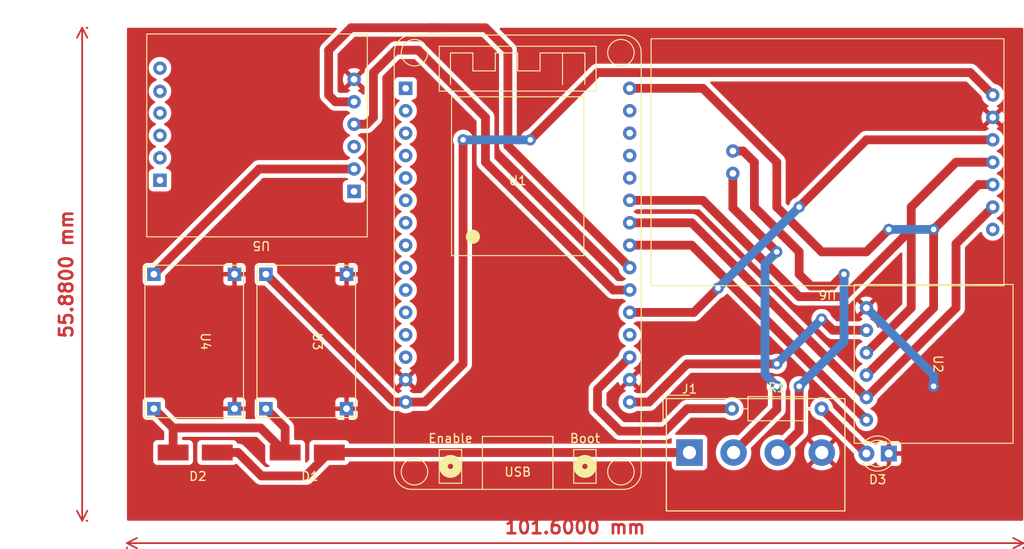
<source format=kicad_pcb>
(kicad_pcb (version 20211014) (generator pcbnew)
  (layers (0 "F.Cu" signal) (31 "B.Cu" signal) (34 "B.Paste" user) (35 "F.Paste" user) (36 "B.SilkS" user "B.Silkscreen") (37 "F.SilkS" user "F.Silkscreen") (38 "B.Mask" user) (39 "F.Mask" user) (44 "Edge.Cuts" user))
  (net 0 "")
  (net 1 "/VBAT+")
  (net 2 "/12V")
  (net 3 "Earth")
  (net 4 "Net-(D3-Pad2)")
  (net 5 "/DEBUG LED 2")
  (net 17 "/5V")
  (net 18 "/3V3")
  (net 20 "/CAN_CS")
  (net 21 "/GPRS RX")
  (net 22 "/GPRS TX")
  (net 23 "/CS")
  (net 24 "/SCK")
  (net 25 "/MISO")
  (net 30 "/MOSI")
  (net 31 "/4V")
  (net 40 "/CAN_INT")
  (net 41 "/CAN_HIGH")
  (net 42 "/CAN_LOW")
  (footprint "scu-Library:GPRS - SIM800L" (layer "F.Cu") (at 50.8 35.56 180)
    (fp_text reference "U5" (at 0 -12 180 unlocked) (layer "F.SilkS"))
    (fp_text value "GPRS_-_SIM800L")
    (fp_rect (start -12 -11) (end 13 12) (layer "F.SilkS") (width 0.12) (fill none))
    (pad "1" thru_hole rect (at -10.5 -5.85 180) (size 1.524 1.524) (drill 0.762) (layers *.Cu *.Mask))
    (pad "2" thru_hole circle (at -10.5 -3.31 180) (size 1.524 1.524) (drill 0.762) (layers *.Cu *.Mask) (net 31 "/4V"))
    (pad "3" thru_hole circle (at -10.5 -0.77 180) (size 1.524 1.524) (drill 0.762) (layers *.Cu *.Mask))
    (pad "4" thru_hole circle (at -10.5 1.77 180) (size 1.524 1.524) (drill 0.762) (layers *.Cu *.Mask) (net 21 "/GPRS RX"))
    (pad "5" thru_hole circle (at -10.5 4.31 180) (size 1.524 1.524) (drill 0.762) (layers *.Cu *.Mask) (net 22 "/GPRS TX"))
    (pad "6" thru_hole circle (at -10.5 6.85 180) (size 1.524 1.524) (drill 0.762) (layers *.Cu *.Mask) (net 3 "Earth"))
    (pad "7" thru_hole circle (at 11.5 8.12 180) (size 1.524 1.524) (drill 0.762) (layers *.Cu *.Mask))
    (pad "8" thru_hole circle (at 11.5 5.5 180) (size 1.524 1.524) (drill 0.762) (layers *.Cu *.Mask))
    (pad "9" thru_hole circle (at 11.5 3.04 180) (size 1.524 1.524) (drill 0.762) (layers *.Cu *.Mask))
    (pad "10" thru_hole circle (at 11.5 0.5 180) (size 1.524 1.524) (drill 0.762) (layers *.Cu *.Mask))
    (pad "11" thru_hole circle (at 11.5 -2.04 180) (size 1.524 1.524) (drill 0.762) (layers *.Cu *.Mask))
    (pad "12" thru_hole rect (at 11.5 -4.58 180) (size 1.524 1.524) (drill 0.762) (layers *.Cu *.Mask))
  )
  (footprint "scu-Library:esp32_devkit_v1_doit" (layer "F.Cu") (at 79.85 29.725)
    (fp_text reference "U1" (at 0 10.47) (layer "F.SilkS"))
    (fp_text value "ESP32_DevKit_V1_DOIT")
    (fp_text user "Enable" (at -7.62 39.68) (layer "F.SilkS"))
    (fp_text user "Boot" (at 7.62 39.68) (layer "F.SilkS"))
    (fp_text user "USB" (at 0 43.49) (layer "F.SilkS"))
    (fp_line (start 6.35 44.76) (end 6.35 40.95) (layer "F.SilkS") (width 0.12))
    (fp_line (start -5.08 -1.976) (end -2.54 -1.976) (layer "F.SilkS") (width 0.12))
    (fp_line (start -7.62 -4.008) (end -5.08 -4.008) (layer "F.SilkS") (width 0.12))
    (fp_line (start -6.35 40.95) (end -6.35 44.76) (layer "F.SilkS") (width 0.12))
    (fp_line (start 4 39.46) (end 4 45.46) (layer "F.SilkS") (width 0.12))
    (fp_line (start 8.89 0.31) (end -8.89 0.31) (layer "F.SilkS") (width 0.12))
    (fp_line (start 2.54 -1.976) (end 2.54 -4.008) (layer "F.SilkS") (width 0.12))
    (fp_line (start -2.54 -4.008) (end 0 -4.008) (layer "F.SilkS") (width 0.12))
    (fp_line (start 14 43.46) (end 14 -4.04) (layer "F.SilkS") (width 0.12))
    (fp_line (start -5.08 -4.008) (end -5.08 -1.976) (layer "F.SilkS") (width 0.12))
    (fp_line (start -8.89 -4.77) (end 8.89 -4.77) (layer "F.SilkS") (width 0.12))
    (fp_line (start -2.54 -1.976) (end -2.54 -4.008) (layer "F.SilkS") (width 0.12))
    (fp_line (start -7.62 -0.452) (end -7.62 -4.008) (layer "F.SilkS") (width 0.12))
    (fp_line (start 8.89 40.95) (end 8.89 44.76) (layer "F.SilkS") (width 0.12))
    (fp_line (start -12 -6.04) (end 12 -6.04) (layer "F.SilkS") (width 0.12))
    (fp_line (start 7.62 -4.008) (end 7.62 -0.452) (layer "F.SilkS") (width 0.12))
    (fp_line (start 0 -4.008) (end 0 -1.976) (layer "F.SilkS") (width 0.12))
    (fp_line (start 0 -1.976) (end 2.54 -1.976) (layer "F.SilkS") (width 0.12))
    (fp_line (start 5.08 -4.008) (end 5.08 -0.452) (layer "F.SilkS") (width 0.12))
    (fp_line (start 6.35 40.95) (end 8.89 40.95) (layer "F.SilkS") (width 0.12))
    (fp_line (start -8.89 40.95) (end -6.35 40.95) (layer "F.SilkS") (width 0.12))
    (fp_line (start -8.89 44.76) (end -8.89 40.95) (layer "F.SilkS") (width 0.12))
    (fp_line (start 7.5 18.96) (end -7.5 18.96) (layer "F.SilkS") (width 0.12))
    (fp_line (start 7.5 0.96) (end 7.5 18.96) (layer "F.SilkS") (width 0.12))
    (fp_line (start -7.5 18.96) (end -7.5 0.96) (layer "F.SilkS") (width 0.12))
    (fp_line (start 2.54 -4.008) (end 7.62 -4.008) (layer "F.SilkS") (width 0.12))
    (fp_line (start -6.35 44.76) (end -8.89 44.76) (layer "F.SilkS") (width 0.12))
    (fp_line (start -4 39.46) (end -4 45.46) (layer "F.SilkS") (width 0.12))
    (fp_line (start -12 45.46) (end 12 45.46) (layer "F.SilkS") (width 0.12))
    (fp_line (start -7.5 0.96) (end 7.5 0.96) (layer "F.SilkS") (width 0.12))
    (fp_line (start -8.89 0.31) (end -8.89 -4.77) (layer "F.SilkS") (width 0.12))
    (fp_line (start 8.89 44.76) (end 6.35 44.76) (layer "F.SilkS") (width 0.12))
    (fp_line (start -4 39.46) (end 4 39.46) (layer "F.SilkS") (width 0.12))
    (fp_line (start 8.89 -4.77) (end 8.89 0.31) (layer "F.SilkS") (width 0.12))
    (fp_line (start -14 -4.04) (end -14 43.46) (layer "F.SilkS") (width 0.12))
    (fp_arc (start 14 43.46) (mid 13.414214 44.874214) (end 12 45.46) (layer "F.SilkS") (width 0.12))
    (fp_arc (start -14 -4.04) (mid -13.414214 -5.454214) (end -12 -6.04) (layer "F.SilkS") (width 0.12))
    (fp_arc (start 12 -6.04) (mid 13.414214 -5.454214) (end 14 -4.04) (layer "F.SilkS") (width 0.12))
    (fp_arc (start -12 45.46) (mid -13.414214 44.874214) (end -14 43.46) (layer "F.SilkS") (width 0.12))
    (fp_circle (center 11.7 -4.04) (end 13.2 -4.04) (layer "F.SilkS") (width 0.12) (fill none))
    (fp_circle (center 11.7 43.46) (end 13.2 43.46) (layer "F.SilkS") (width 0.12) (fill none))
    (fp_circle (center -7.62 42.855) (end -7.32 42.855) (layer "F.SilkS") (width 1) (fill none))
    (fp_circle (center -5.08 16.82) (end -4.68 16.82) (layer "F.SilkS") (width 0.8) (fill none))
    (fp_circle (center 7.62 42.855) (end 7.92 42.855) (layer "F.SilkS") (width 1) (fill none))
    (fp_circle (center -11.7 -4.04) (end -10.2 -4.04) (layer "F.SilkS") (width 0.12) (fill none))
    (fp_circle (center -11.7 43.46) (end -10.2 43.46) (layer "F.SilkS") (width 0.12) (fill none))
    (pad "1" thru_hole rect (at -12.7 0) (size 1.524 1.524) (drill 0.762) (layers *.Cu *.Mask))
    (pad "2" thru_hole circle (at -12.7 2.54) (size 1.524 1.524) (drill 0.762) (layers *.Cu *.Mask))
    (pad "3" thru_hole circle (at -12.7 5.08) (size 1.524 1.524) (drill 0.762) (layers *.Cu *.Mask))
    (pad "4" thru_hole circle (at -12.7 7.62) (size 1.524 1.524) (drill 0.762) (layers *.Cu *.Mask))
    (pad "5" thru_hole circle (at -12.7 10.16) (size 1.524 1.524) (drill 0.762) (layers *.Cu *.Mask))
    (pad "6" thru_hole circle (at -12.7 12.7) (size 1.524 1.524) (drill 0.762) (layers *.Cu *.Mask))
    (pad "7" thru_hole circle (at -12.7 15.24) (size 1.524 1.524) (drill 0.762) (layers *.Cu *.Mask))
    (pad "8" thru_hole circle (at -12.7 17.78) (size 1.524 1.524) (drill 0.762) (layers *.Cu *.Mask))
    (pad "9" thru_hole circle (at -12.7 20.32) (size 1.524 1.524) (drill 0.762) (layers *.Cu *.Mask))
    (pad "10" thru_hole circle (at -12.7 22.86) (size 1.524 1.524) (drill 0.762) (layers *.Cu *.Mask))
    (pad "11" thru_hole circle (at -12.7 25.4) (size 1.524 1.524) (drill 0.762) (layers *.Cu *.Mask))
    (pad "12" thru_hole circle (at -12.7 27.94) (size 1.524 1.524) (drill 0.762) (layers *.Cu *.Mask))
    (pad "13" thru_hole circle (at -12.7 30.48) (size 1.524 1.524) (drill 0.762) (layers *.Cu *.Mask))
    (pad "14" thru_hole circle (at -12.7 33.02) (size 1.524 1.524) (drill 0.762) (layers *.Cu *.Mask) (net 3 "Earth"))
    (pad "15" thru_hole circle (at -12.7 35.56) (size 1.524 1.524) (drill 0.762) (layers *.Cu *.Mask) (net 17 "/5V"))
    (pad "16" thru_hole circle (at 12.7 35.56) (size 1.524 1.524) (drill 0.762) (layers *.Cu *.Mask) (net 18 "/3V3"))
    (pad "17" thru_hole circle (at 12.7 33.02) (size 1.524 1.524) (drill 0.762) (layers *.Cu *.Mask) (net 3 "Earth"))
    (pad "18" thru_hole circle (at 12.7 30.48) (size 1.524 1.524) (drill 0.762) (layers *.Cu *.Mask) (net 5 "/DEBUG LED 2"))
    (pad "19" thru_hole circle (at 12.7 27.94) (size 1.524 1.524) (drill 0.762) (layers *.Cu *.Mask))
    (pad "20" thru_hole circle (at 12.7 25.4) (size 1.524 1.524) (drill 0.762) (layers *.Cu *.Mask) (net 20 "/CAN_CS"))
    (pad "21" thru_hole circle (at 12.7 22.86) (size 1.524 1.524) (drill 0.762) (layers *.Cu *.Mask) (net 21 "/GPRS RX"))
    (pad "22" thru_hole circle (at 12.7 20.32) (size 1.524 1.524) (drill 0.762) (layers *.Cu *.Mask) (net 22 "/GPRS TX"))
    (pad "23" thru_hole circle (at 12.7 17.78) (size 1.524 1.524) (drill 0.762) (layers *.Cu *.Mask) (net 23 "/CS"))
    (pad "24" thru_hole circle (at 12.7 15.24) (size 1.524 1.524) (drill 0.762) (layers *.Cu *.Mask) (net 24 "/SCK"))
    (pad "25" thru_hole circle (at 12.7 12.7) (size 1.524 1.524) (drill 0.762) (layers *.Cu *.Mask) (net 25 "/MISO"))
    (pad "26" thru_hole circle (at 12.7 10.16) (size 1.524 1.524) (drill 0.762) (layers *.Cu *.Mask))
    (pad "27" thru_hole circle (at 12.7 7.62) (size 1.524 1.524) (drill 0.762) (layers *.Cu *.Mask))
    (pad "28" thru_hole circle (at 12.7 5.08) (size 1.524 1.524) (drill 0.762) (layers *.Cu *.Mask))
    (pad "29" thru_hole circle (at 12.7 2.54) (size 1.524 1.524) (drill 0.762) (layers *.Cu *.Mask))
    (pad "30" thru_hole circle (at 12.7 0) (size 1.524 1.524) (drill 0.762) (layers *.Cu *.Mask) (net 30 "/MOSI"))
  )
  (footprint "TerminalBlock_Altech:Altech_AK300_1x04_P5.00mm_45-Degree" (layer "F.Cu") (at 99.3225 71.0125)
    (fp_text reference "J1" (at 0 -7.2) (layer "F.SilkS"))
    (fp_text value "Conn_01x04_Female")
    (fp_line (start -2.62 -6.12) (end -2.62 6.62) (layer "F.SilkS") (width 0.12))
    (fp_line (start -3 -3.5) (end -3 -6.5) (layer "F.SilkS") (width 0.12))
    (fp_line (start 17.62 -6.12) (end 17.62 6.62) (layer "F.SilkS") (width 0.12))
    (fp_line (start 17.62 -6.12) (end 17.62 6.62) (layer "F.SilkS") (width 0.12))
    (fp_line (start -2.62 -6.12) (end 17.62 -6.12) (layer "F.SilkS") (width 0.12))
    (fp_line (start -2.62 -6.12) (end -2.62 6.62) (layer "F.SilkS") (width 0.12))
    (fp_line (start -2.62 -6.12) (end 17.62 -6.12) (layer "F.SilkS") (width 0.12))
    (fp_line (start -2.62 6.62) (end 17.62 6.62) (layer "F.SilkS") (width 0.12))
    (fp_line (start -3 -6.5) (end 0 -6.5) (layer "F.SilkS") (width 0.12))
    (fp_line (start -2.62 6.62) (end 17.62 6.62) (layer "F.SilkS") (width 0.12))
    (pad "1" thru_hole rect (at 0 0) (size 3 3) (drill 1.5) (layers *.Cu *.Mask) (net 2 "/12V"))
    (pad "2" thru_hole circle (at 5 0) (size 3 3) (drill 1.5) (layers *.Cu *.Mask) (net 41 "/CAN_HIGH"))
    (pad "3" thru_hole circle (at 10 0) (size 3 3) (drill 1.5) (layers *.Cu *.Mask) (net 42 "/CAN_LOW"))
    (pad "4" thru_hole circle (at 15 0) (size 3 3) (drill 1.5) (layers *.Cu *.Mask) (net 3 "Earth"))
  )
  (footprint "scu-Library:schottky" (layer "F.Cu") (at 38.7925 72.7575)
    (fp_text reference "D2" (at 4.8 0.95) (layer "F.SilkS"))
    (fp_text value "D")
    (pad "1" smd rect (at 2 -1.75) (size 3.5 1.8) (layers "F.Cu" "F.Paste" "F.Mask") (net 1 "/VBAT+"))
    (pad "2" smd rect (at 7 -1.75) (size 3.5 1.8) (layers "F.Cu" "F.Paste" "F.Mask") (net 2 "/12V"))
  )
  (footprint "scu-Library:SCU_SD_mini" (layer "F.Cu") (at 127 60.96 -90)
    (fp_text reference "U2" (at 0 -0.5 -90 unlocked) (layer "F.SilkS"))
    (fp_text value "MicroSD")
    (fp_rect (start -9 -9) (end 9 9) (layer "F.SilkS") (width 0.12) (fill none))
    (pad "1" thru_hole circle (at 6.35 7.62 270) (size 1.524 1.524) (drill 0.762) (layers *.Cu *.Mask) (net 23 "/CS"))
    (pad "2" thru_hole circle (at 3.81 7.62 270) (size 1.524 1.524) (drill 0.762) (layers *.Cu *.Mask) (net 24 "/SCK"))
    (pad "3" thru_hole circle (at 1.27 7.62 270) (size 1.524 1.524) (drill 0.762) (layers *.Cu *.Mask) (net 30 "/MOSI"))
    (pad "4" thru_hole circle (at -1.27 7.62 270) (size 1.524 1.524) (drill 0.762) (layers *.Cu *.Mask) (net 25 "/MISO"))
    (pad "5" thru_hole circle (at -3.81 7.62 270) (size 1.524 1.524) (drill 0.762) (layers *.Cu *.Mask) (net 18 "/3V3"))
    (pad "6" thru_hole circle (at -6.35 7.62 270) (size 1.524 1.524) (drill 0.762) (layers *.Cu *.Mask) (net 3 "Earth"))
  )
  (footprint "scu-Library:schottky" (layer "F.Cu") (at 51.4925 72.7575)
    (fp_text reference "D1" (at 4.8 0.95) (layer "F.SilkS"))
    (fp_text value "D")
    (pad "1" smd rect (at 2 -1.75) (size 3.5 1.8) (layers "F.Cu" "F.Paste" "F.Mask") (net 1 "/VBAT+"))
    (pad "2" smd rect (at 7 -1.75) (size 3.5 1.8) (layers "F.Cu" "F.Paste" "F.Mask") (net 2 "/12V"))
  )
  (footprint "scu-Library:MCP2515-SHIELD" (layer "F.Cu") (at 114.97 38.1 180)
    (fp_text reference "U6" (at 0 -15 180 unlocked) (layer "F.SilkS"))
    (fp_text value "MCP2515-SHIELD")
    (fp_rect (start -20 -14) (end 20 14) (layer "F.SilkS") (width 0.12) (fill none))
    (pad "1" thru_hole circle (at -18.73 -7.62 180) (size 1.524 1.524) (drill oval 0.762) (layers *.Cu *.Mask) (net 40 "/CAN_INT"))
    (pad "2" thru_hole circle (at -18.73 -5.08 180) (size 1.524 1.524) (drill 0.762) (layers *.Cu *.Mask) (net 24 "/SCK"))
    (pad "3" thru_hole circle (at -18.73 -2.54 180) (size 1.524 1.524) (drill 0.762) (layers *.Cu *.Mask) (net 30 "/MOSI"))
    (pad "4" thru_hole circle (at -18.73 0 180) (size 1.524 1.524) (drill 0.762) (layers *.Cu *.Mask) (net 25 "/MISO"))
    (pad "5" thru_hole circle (at -18.73 2.54 180) (size 1.524 1.524) (drill 0.762) (layers *.Cu *.Mask) (net 20 "/CAN_CS"))
    (pad "6" thru_hole circle (at -18.73 5.08 180) (size 1.524 1.524) (drill 0.762) (layers *.Cu *.Mask) (net 3 "Earth"))
    (pad "7" thru_hole circle (at -18.73 7.62 180) (size 1.524 1.524) (drill 0.762) (layers *.Cu *.Mask) (net 17 "/5V"))
    (pad "8" thru_hole circle (at 10.73 -1.27 180) (size 1.524 1.524) (drill oval 0.762) (layers *.Cu *.Mask) (net 41 "/CAN_HIGH"))
    (pad "9" thru_hole circle (at 10.73 1.27 180) (size 1.524 1.524) (drill oval 0.762) (layers *.Cu *.Mask) (net 42 "/CAN_LOW"))
  )
  (footprint "scu-Library:LM2596 MINI 360" (layer "F.Cu") (at 43.18 58.42 -90)
    (fp_text reference "U4" (at 0 -1.27 -90 unlocked) (layer "F.SilkS"))
    (fp_text value "LM2596")
    (fp_rect (start -8.636 -5.588) (end 8.636 5.588) (layer "F.SilkS") (width 0.12) (fill none))
    (pad "1" thru_hole rect (at 7.62 4.572 270) (size 1.524 1.524) (drill 0.762) (layers *.Cu *.Mask) (net 1 "/VBAT+"))
    (pad "2" thru_hole rect (at 7.62 -4.572 270) (size 1.524 1.524) (drill 0.762) (layers *.Cu *.Mask) (net 3 "Earth"))
    (pad "3" thru_hole rect (at -7.62 4.572 270) (size 1.524 1.524) (drill 0.762) (layers *.Cu *.Mask) (net 31 "/4V"))
    (pad "4" thru_hole rect (at -7.62 -4.572 270) (size 1.524 1.524) (drill 0.762) (layers *.Cu *.Mask) (net 3 "Earth"))
  )
  (footprint "scu-Library:LM2596 MINI 360" (layer "F.Cu") (at 55.88 58.42 -90)
    (fp_text reference "U3" (at 0 -1.27 -90 unlocked) (layer "F.SilkS"))
    (fp_text value "LM2596")
    (fp_rect (start -8.636 -5.588) (end 8.636 5.588) (layer "F.SilkS") (width 0.12) (fill none))
    (pad "1" thru_hole rect (at 7.62 4.572 270) (size 1.524 1.524) (drill 0.762) (layers *.Cu *.Mask) (net 1 "/VBAT+"))
    (pad "2" thru_hole rect (at 7.62 -4.572 270) (size 1.524 1.524) (drill 0.762) (layers *.Cu *.Mask) (net 3 "Earth"))
    (pad "3" thru_hole rect (at -7.62 4.572 270) (size 1.524 1.524) (drill 0.762) (layers *.Cu *.Mask) (net 17 "/5V"))
    (pad "4" thru_hole rect (at -7.62 -4.572 270) (size 1.524 1.524) (drill 0.762) (layers *.Cu *.Mask) (net 3 "Earth"))
  )
  (footprint "Resistor_THT:R_Axial_DIN0207_L6.3mm_D2.5mm_P10.16mm_Horizontal" (layer "F.Cu") (at 104.14 66.04)
    (fp_text reference "R1" (at 5.08 -2.37) (layer "F.SilkS"))
    (fp_text value "120ohms")
    (fp_line (start 1.81 -1.37) (end 1.81 1.37) (layer "F.SilkS") (width 0.12))
    (fp_line (start 1.81 1.37) (end 8.35 1.37) (layer "F.SilkS") (width 0.12))
    (fp_line (start 9.12 0) (end 8.35 0) (layer "F.SilkS") (width 0.12))
    (fp_line (start 8.35 -1.37) (end 1.81 -1.37) (layer "F.SilkS") (width 0.12))
    (fp_line (start 1.04 0) (end 1.81 0) (layer "F.SilkS") (width 0.12))
    (fp_line (start 8.35 1.37) (end 8.35 -1.37) (layer "F.SilkS") (width 0.12))
    (pad "1" thru_hole circle (at 0 0) (size 1.6 1.6) (drill 0.8) (layers *.Cu *.Mask) (net 5 "/DEBUG LED 2"))
    (pad "2" thru_hole oval (at 10.16 0) (size 1.6 1.6) (drill 0.8) (layers *.Cu *.Mask) (net 4 "Net-(D3-Pad2)"))
  )
  (footprint "LED_THT:LED_D3.0mm_Clear" (layer "F.Cu") (at 121.92 71.12 180)
    (fp_text reference "D3" (at 1.27 -2.96) (layer "F.SilkS"))
    (fp_text value "LED")
    (fp_line (start -0.29 1.08) (end -0.29 1.236) (layer "F.SilkS") (width 0.12))
    (fp_line (start -0.29 -1.236) (end -0.29 -1.08) (layer "F.SilkS") (width 0.12))
    (fp_arc (start 0.229039 -1.08) (mid 1.270117 -1.5) (end 2.31113 -1.079837) (layer "F.SilkS") (width 0.12))
    (fp_arc (start 2.942335 1.078608) (mid 1.366487 1.987659) (end -0.29 1.235516) (layer "F.SilkS") (width 0.12))
    (fp_arc (start 2.31113 1.079837) (mid 1.270117 1.5) (end 0.229039 1.08) (layer "F.SilkS") (width 0.12))
    (fp_arc (start -0.29 -1.235516) (mid 1.366487 -1.987659) (end 2.942335 -1.078608) (layer "F.SilkS") (width 0.12))
    (pad "1" thru_hole rect (at 0 0 180) (size 1.8 1.8) (drill 0.9) (layers *.Cu *.Mask) (net 3 "Earth"))
    (pad "2" thru_hole circle (at 2.54 0 180) (size 1.8 1.8) (drill 0.9) (layers *.Cu *.Mask) (net 4 "Net-(D3-Pad2)"))
  )
  (dimension (type aligned) (layer "F.Cu") (pts (xy 30.48 22.86) (xy 30.48 78.74)) (height 0) (gr_text "55,8800 mm" (at 28.68 50.8 90) (layer "F.Cu") (effects (font (size 1.5 1.5) (thickness 0.3)))) (format (units 3) (units_format 1) (precision 4)) (style (thickness 0.2) (arrow_length 1.27) (text_position_mode 0) (extension_height 0.58642) (extension_offset 0.5) keep_text_aligned))
  (dimension (type aligned) (layer "F.Cu") (pts (xy 137.16 81.28) (xy 35.56 81.28)) (height 0) (gr_text "101,6000 mm" (at 86.36 79.48) (layer "F.Cu") (effects (font (size 1.5 1.5) (thickness 0.3)))) (format (units 3) (units_format 1) (precision 4)) (style (thickness 0.2) (arrow_length 1.27) (text_position_mode 0) (extension_height 0.58642) (extension_offset 0.5) keep_text_aligned))
  (segment (start 40.7925 68.2245) (end 50.7095 68.2245) (width 1) (layer "F.Cu") (net 1))
  (segment (start 53.4925 71.0075) (end 53.4925 68.2245) (width 1) (layer "F.Cu") (net 1))
  (segment (start 53.4925 68.2245) (end 51.308 66.04) (width 1) (layer "F.Cu") (net 1))
  (segment (start 40.7925 71.0075) (end 40.7925 68.2245) (width 1) (layer "F.Cu") (net 1))
  (segment (start 50.7095 68.2245) (end 53.4925 71.0075) (width 1) (layer "F.Cu") (net 1))
  (segment (start 40.7925 68.2245) (end 38.608 66.04) (width 1) (layer "F.Cu") (net 1))
  (segment (start 45.7925 71.0075) (end 48.1475 71.0075) (width 1) (layer "F.Cu") (net 2))
  (segment (start 99.3175 71.0075) (end 99.3225 71.0125) (width 1) (layer "F.Cu") (net 2))
  (segment (start 48.1475 71.0075) (end 50.8 73.66) (width 1) (layer "F.Cu") (net 2))
  (segment (start 55.84 73.66) (end 58.4925 71.0075) (width 1) (layer "F.Cu") (net 2))
  (segment (start 50.8 73.66) (end 55.84 73.66) (width 1) (layer "F.Cu") (net 2))
  (segment (start 58.4925 71.0075) (end 99.3175 71.0075) (width 1) (layer "F.Cu") (net 2))
  (via (at 127 63.5) (size 1.27) (drill 0.635) (layers "F.Cu" "B.Cu") (net 3))
  (segment (start 127 62.23) (end 127 63.5) (width 1) (layer "B.Cu") (net 3))
  (segment (start 119.38 54.61) (end 127 62.23) (width 1) (layer "B.Cu") (net 3))
  (segment (start 114.3 66.04) (end 119.38 71.12) (width 1) (layer "F.Cu") (net 4))
  (segment (start 104.14 66.04) (end 99.06 66.04) (width 1) (layer "F.Cu") (net 5))
  (segment (start 92.55 60.205) (end 88.9 63.855) (width 1) (layer "F.Cu") (net 5))
  (segment (start 91.44 68.58) (end 96.52 68.58) (width 1) (layer "F.Cu") (net 5))
  (segment (start 99.06 66.04) (end 96.52 68.58) (width 1) (layer "F.Cu") (net 5))
  (segment (start 88.9 66.04) (end 91.44 68.58) (width 1) (layer "F.Cu") (net 5))
  (segment (start 88.9 63.855) (end 88.9 66.04) (width 1) (layer "F.Cu") (net 5))
  (segment (start 73.66 43.18) (end 73.66 35.56) (width 1) (layer "F.Cu") (net 17))
  (segment (start 51.308 50.8) (end 65.793 65.285) (width 1) (layer "F.Cu") (net 17))
  (segment (start 67.15 65.285) (end 69.335 65.285) (width 1) (layer "F.Cu") (net 17))
  (segment (start 88.9 27.94) (end 131.16 27.94) (width 1) (layer "F.Cu") (net 17))
  (segment (start 73.66 60.96) (end 73.66 43.18) (width 1) (layer "F.Cu") (net 17))
  (segment (start 81.28 35.56) (end 88.9 27.94) (width 1) (layer "F.Cu") (net 17))
  (segment (start 65.793 65.285) (end 67.15 65.285) (width 1) (layer "F.Cu") (net 17))
  (segment (start 131.16 27.94) (end 133.7 30.48) (width 1) (layer "F.Cu") (net 17))
  (segment (start 69.335 65.285) (end 73.66 60.96) (width 1) (layer "F.Cu") (net 17))
  (via (at 73.66 35.56) (size 1.27) (drill 0.635) (layers "F.Cu" "B.Cu") (net 17))
  (via (at 81.28 35.56) (size 1.27) (drill 0.635) (layers "F.Cu" "B.Cu") (net 17))
  (segment (start 73.66 35.56) (end 81.28 35.56) (width 1) (layer "B.Cu") (net 17))
  (segment (start 92.55 65.285) (end 94.735 65.285) (width 1) (layer "F.Cu") (net 18))
  (segment (start 115.57 57.15) (end 114.3 55.88) (width 1) (layer "F.Cu") (net 18))
  (segment (start 119.38 57.15) (end 115.57 57.15) (width 1) (layer "F.Cu") (net 18))
  (segment (start 99.06 60.96) (end 109.22 60.96) (width 1) (layer "F.Cu") (net 18))
  (segment (start 96.52 63.5) (end 99.06 60.96) (width 1) (layer "F.Cu") (net 18))
  (segment (start 94.735 65.285) (end 96.52 63.5) (width 1) (layer "F.Cu") (net 18))
  (via (at 114.3 55.88) (size 1.27) (drill 0.635) (layers "F.Cu" "B.Cu") (net 18))
  (via (at 109.22 60.96) (size 1.27) (drill 0.635) (layers "F.Cu" "B.Cu") (net 18))
  (segment (start 114.3 55.88) (end 109.22 60.96) (width 1) (layer "B.Cu") (net 18))
  (segment (start 99.815 55.125) (end 92.55 55.125) (width 1) (layer "F.Cu") (net 20))
  (segment (start 119.38 35.56) (end 111.76 43.18) (width 1) (layer "F.Cu") (net 20))
  (segment (start 102.561366 52.378634) (end 99.815 55.125) (width 1) (layer "F.Cu") (net 20))
  (segment (start 133.7 35.56) (end 119.38 35.56) (width 1) (layer "F.Cu") (net 20))
  (via (at 111.76 43.18) (size 1.27) (drill 0.635) (layers "F.Cu" "B.Cu") (net 20))
  (via (at 102.561366 52.378634) (size 1.27) (drill 0.635) (layers "F.Cu" "B.Cu") (net 20))
  (segment (start 111.76 43.18) (end 102.561366 52.378634) (width 1) (layer "B.Cu") (net 20))
  (segment (start 62.73 33.79) (end 63.5 33.02) (width 1) (layer "F.Cu") (net 21))
  (segment (start 63.5 27.94) (end 66.04 25.4) (width 1) (layer "F.Cu") (net 21))
  (segment (start 61.3 33.79) (end 62.73 33.79) (width 1) (layer "F.Cu") (net 21))
  (segment (start 63.5 33.02) (end 63.5 27.94) (width 1) (layer "F.Cu") (net 21))
  (segment (start 76.2 38.1) (end 90.685 52.585) (width 1) (layer "F.Cu") (net 21))
  (segment (start 90.685 52.585) (end 92.55 52.585) (width 1) (layer "F.Cu") (net 21))
  (segment (start 68.58 25.4) (end 76.2 33.02) (width 1) (layer "F.Cu") (net 21))
  (segment (start 76.2 33.02) (end 76.2 38.1) (width 1) (layer "F.Cu") (net 21))
  (segment (start 66.04 25.4) (end 68.58 25.4) (width 1) (layer "F.Cu") (net 21))
  (segment (start 76.2 22.86) (end 69.69 22.86) (width 1) (layer "F.Cu") (net 22))
  (segment (start 59.19 31.25) (end 58.42 30.48) (width 1) (layer "F.Cu") (net 22))
  (segment (start 78.74 25.4) (end 76.2 22.86) (width 1) (layer "F.Cu") (net 22))
  (segment (start 58.42 25.4) (end 60.96 22.86) (width 1) (layer "F.Cu") (net 22))
  (segment (start 92.55 50.045) (end 78.74 36.235) (width 1) (layer "F.Cu") (net 22))
  (segment (start 61.3 31.25) (end 59.19 31.25) (width 1) (layer "F.Cu") (net 22))
  (segment (start 60.96 22.86) (end 71.12 22.86) (width 1) (layer "F.Cu") (net 22))
  (segment (start 78.74 36.235) (end 78.74 25.4) (width 1) (layer "F.Cu") (net 22))
  (segment (start 58.42 30.48) (end 58.42 25.4) (width 1) (layer "F.Cu") (net 22))
  (segment (start 99.575 47.505) (end 119.38 67.31) (width 1) (layer "F.Cu") (net 23))
  (segment (start 92.55 47.505) (end 99.575 47.505) (width 1) (layer "F.Cu") (net 23))
  (segment (start 99.575 44.965) (end 92.55 44.965) (width 1) (layer "F.Cu") (net 24))
  (segment (start 119.38 64.77) (end 129.54 54.61) (width 1) (layer "F.Cu") (net 24))
  (segment (start 129.54 54.61) (end 129.54 47.34) (width 1) (layer "F.Cu") (net 24))
  (segment (start 119.38 64.77) (end 99.575 44.965) (width 1) (layer "F.Cu") (net 24))
  (segment (start 129.54 47.34) (end 133.7 43.18) (width 1) (layer "F.Cu") (net 24))
  (segment (start 116.84 53.34) (end 124.46 45.72) (width 1) (layer "F.Cu") (net 25))
  (segment (start 92.55 42.425) (end 100.845 42.425) (width 1) (layer "F.Cu") (net 25))
  (segment (start 119.38 59.69) (end 124.46 54.61) (width 1) (layer "F.Cu") (net 25))
  (segment (start 100.845 42.425) (end 111.76 53.34) (width 1) (layer "F.Cu") (net 25))
  (segment (start 124.46 50.8) (end 124.46 45.72) (width 1) (layer "F.Cu") (net 25))
  (segment (start 124.46 54.61) (end 124.46 50.8) (width 1) (layer "F.Cu") (net 25))
  (segment (start 124.46 45.72) (end 124.46 43.18) (width 1) (layer "F.Cu") (net 25))
  (segment (start 111.76 53.34) (end 116.84 53.34) (width 1) (layer "F.Cu") (net 25))
  (segment (start 129.54 38.1) (end 133.7 38.1) (width 1) (layer "F.Cu") (net 25))
  (segment (start 124.46 43.18) (end 129.54 38.1) (width 1) (layer "F.Cu") (net 25))
  (segment (start 119.38 48.26) (end 121.92 45.72) (width 1) (layer "F.Cu") (net 30))
  (segment (start 132.08 40.64) (end 133.7 40.64) (width 1) (layer "F.Cu") (net 30))
  (segment (start 92.55 29.725) (end 99.815 29.725) (width 1) (layer "F.Cu") (net 30))
  (segment (start 127 45.72) (end 132.08 40.64) (width 1) (layer "F.Cu") (net 30))
  (segment (start 109.22 38.1) (end 109.22 43.18) (width 1) (layer "F.Cu") (net 30))
  (segment (start 119.38 62.23) (end 127 54.61) (width 1) (layer "F.Cu") (net 30))
  (segment (start 111.76 45.72) (end 114.3 48.26) (width 1) (layer "F.Cu") (net 30))
  (segment (start 116.84 48.26) (end 119.38 48.26) (width 1) (layer "F.Cu") (net 30))
  (segment (start 109.22 43.18) (end 111.76 45.72) (width 1) (layer "F.Cu") (net 30))
  (segment (start 99.815 29.725) (end 100.845 29.725) (width 1) (layer "F.Cu") (net 30))
  (segment (start 127 54.61) (end 127 45.72) (width 1) (layer "F.Cu") (net 30))
  (segment (start 114.3 48.26) (end 116.84 48.26) (width 1) (layer "F.Cu") (net 30))
  (segment (start 100.845 29.725) (end 109.22 38.1) (width 1) (layer "F.Cu") (net 30))
  (via (at 127 45.72) (size 1.27) (drill 0.635) (layers "F.Cu" "B.Cu") (net 30))
  (via (at 121.92 45.72) (size 1.27) (drill 0.635) (layers "F.Cu" "B.Cu") (net 30))
  (segment (start 127 45.72) (end 121.92 45.72) (width 1) (layer "B.Cu") (net 30))
  (segment (start 50.538 38.87) (end 61.3 38.87) (width 1) (layer "F.Cu") (net 31))
  (segment (start 38.608 50.8) (end 50.538 38.87) (width 1) (layer "F.Cu") (net 31))
  (segment (start 104.24 43.28) (end 109.22 48.26) (width 1) (layer "F.Cu") (net 41))
  (segment (start 109.22 63.5) (end 109.22 66.115) (width 1) (layer "F.Cu") (net 41))
  (segment (start 109.22 66.115) (end 104.3225 71.0125) (width 1) (layer "F.Cu") (net 41))
  (segment (start 104.24 39.37) (end 104.24 43.28) (width 1) (layer "F.Cu") (net 41))
  (via (at 109.22 63.5) (size 1.27) (drill 0.635) (layers "F.Cu" "B.Cu") (net 41))
  (via (at 109.22 48.26) (size 1.27) (drill 0.635) (layers "F.Cu" "B.Cu") (net 41))
  (segment (start 109.22 48.26) (end 107.885 49.595) (width 1) (layer "B.Cu") (net 41))
  (segment (start 107.885 62.165) (end 109.22 63.5) (width 1) (layer "B.Cu") (net 41))
  (segment (start 107.885 49.595) (end 107.885 62.165) (width 1) (layer "B.Cu") (net 41))
  (segment (start 113.1 52.14) (end 114.3 52.14) (width 1) (layer "F.Cu") (net 42))
  (segment (start 104.24 36.83) (end 105.41 36.83) (width 1) (layer "F.Cu") (net 42))
  (segment (start 111.76 63.5) (end 111.76 68.575) (width 1) (layer "F.Cu") (net 42))
  (segment (start 106.68 43.18) (end 111.76 48.26) (width 1) (layer "F.Cu") (net 42))
  (segment (start 111.76 50.8) (end 113.1 52.14) (width 1) (layer "F.Cu") (net 42))
  (segment (start 106.68 38.1) (end 106.68 43.18) (width 1) (layer "F.Cu") (net 42))
  (segment (start 111.76 68.575) (end 109.3225 71.0125) (width 1) (layer "F.Cu") (net 42))
  (segment (start 115.5 52.14) (end 116.84 50.8) (width 1) (layer "F.Cu") (net 42))
  (segment (start 105.41 36.83) (end 106.68 38.1) (width 1) (layer "F.Cu") (net 42))
  (segment (start 111.76 48.26) (end 111.76 50.8) (width 1) (layer "F.Cu") (net 42))
  (segment (start 114.3 52.14) (end 115.5 52.14) (width 1) (layer "F.Cu") (net 42))
  (via (at 116.84 50.8) (size 1.27) (drill 0.635) (layers "F.Cu" "B.Cu") (net 42))
  (via (at 111.76 63.5) (size 1.27) (drill 0.635) (layers "F.Cu" "B.Cu") (net 42))
  (segment (start 116.84 58.42) (end 111.76 63.5) (width 1) (layer "B.Cu") (net 42))
  (segment (start 116.84 50.8) (end 116.84 58.4845) (width 1) (layer "B.Cu") (net 42))
  (zone (net 3) (net_name "Earth") (layer "F.Cu") (connect_pads (clearance 0.508)) (min_thickness 0.254) (fill yes (thermal_gap 0.508) (thermal_bridge_width 0.508))
    (polygon (pts (xy 137.16 78.74) (xy 35.56 78.74) (xy 35.56 22.86) (xy 137.16 22.86)))
  )
)
</source>
